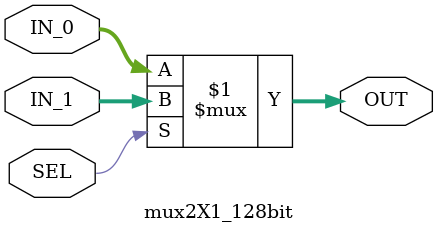
<source format=v>

module mux2X1_128bit  (

 input   wire      [127:0]      IN_0,
 input   wire      [127:0]      IN_1,
 input   wire                   SEL,
 output  wire      [127:0]      OUT 

 );

 
assign OUT = SEL ? IN_1 : IN_0 ;
 
 
endmodule
 

</source>
